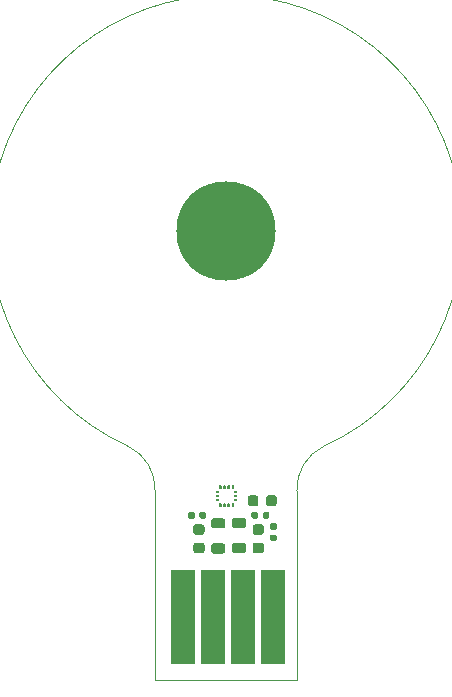
<source format=gbr>
%TF.GenerationSoftware,KiCad,Pcbnew,(5.1.8-0-10_14)*%
%TF.CreationDate,2020-11-28T13:53:16+01:00*%
%TF.ProjectId,VibrationSensor,56696272-6174-4696-9f6e-53656e736f72,rev?*%
%TF.SameCoordinates,Original*%
%TF.FileFunction,Soldermask,Top*%
%TF.FilePolarity,Negative*%
%FSLAX46Y46*%
G04 Gerber Fmt 4.6, Leading zero omitted, Abs format (unit mm)*
G04 Created by KiCad (PCBNEW (5.1.8-0-10_14)) date 2020-11-28 13:53:16*
%MOMM*%
%LPD*%
G01*
G04 APERTURE LIST*
%TA.AperFunction,Profile*%
%ADD10C,0.050000*%
%TD*%
%ADD11R,2.000000X8.000000*%
%ADD12C,8.400000*%
G04 APERTURE END LIST*
D10*
X126000000Y-110000000D02*
X138000000Y-110000000D01*
X138000000Y-94000000D02*
X138000000Y-110000000D01*
X140297982Y-90195702D02*
G75*
G03*
X138000000Y-94000000I1702018J-3624298D01*
G01*
X123702018Y-90195702D02*
G75*
G02*
X126000000Y-94000000I-1702018J-3624298D01*
G01*
X126000000Y-94000000D02*
X126000000Y-110000000D01*
X123702017Y-90195702D02*
G75*
G02*
X140297982Y-90195702I8297983J18195702D01*
G01*
D11*
%TO.C,J101*%
X136000000Y-104620000D03*
X133460000Y-104620000D03*
X130920000Y-104620000D03*
X128380000Y-104620000D03*
%TD*%
%TO.C,C305*%
G36*
G01*
X136170000Y-97275000D02*
X135830000Y-97275000D01*
G75*
G02*
X135690000Y-97135000I0J140000D01*
G01*
X135690000Y-96855000D01*
G75*
G02*
X135830000Y-96715000I140000J0D01*
G01*
X136170000Y-96715000D01*
G75*
G02*
X136310000Y-96855000I0J-140000D01*
G01*
X136310000Y-97135000D01*
G75*
G02*
X136170000Y-97275000I-140000J0D01*
G01*
G37*
G36*
G01*
X136170000Y-98235000D02*
X135830000Y-98235000D01*
G75*
G02*
X135690000Y-98095000I0J140000D01*
G01*
X135690000Y-97815000D01*
G75*
G02*
X135830000Y-97675000I140000J0D01*
G01*
X136170000Y-97675000D01*
G75*
G02*
X136310000Y-97815000I0J-140000D01*
G01*
X136310000Y-98095000D01*
G75*
G02*
X136170000Y-98235000I-140000J0D01*
G01*
G37*
%TD*%
%TO.C,U101*%
G36*
G01*
X131400000Y-94875000D02*
X131175000Y-94875000D01*
G75*
G02*
X131125000Y-94825000I0J50000D01*
G01*
X131125000Y-94725000D01*
G75*
G02*
X131175000Y-94675000I50000J0D01*
G01*
X131400000Y-94675000D01*
G75*
G02*
X131450000Y-94725000I0J-50000D01*
G01*
X131450000Y-94825000D01*
G75*
G02*
X131400000Y-94875000I-50000J0D01*
G01*
G37*
G36*
G01*
X131400000Y-94525000D02*
X131175000Y-94525000D01*
G75*
G02*
X131125000Y-94475000I0J50000D01*
G01*
X131125000Y-94375000D01*
G75*
G02*
X131175000Y-94325000I50000J0D01*
G01*
X131400000Y-94325000D01*
G75*
G02*
X131450000Y-94375000I0J-50000D01*
G01*
X131450000Y-94475000D01*
G75*
G02*
X131400000Y-94525000I-50000J0D01*
G01*
G37*
G36*
G01*
X131400000Y-94175000D02*
X131175000Y-94175000D01*
G75*
G02*
X131125000Y-94125000I0J50000D01*
G01*
X131125000Y-94025000D01*
G75*
G02*
X131175000Y-93975000I50000J0D01*
G01*
X131400000Y-93975000D01*
G75*
G02*
X131450000Y-94025000I0J-50000D01*
G01*
X131450000Y-94125000D01*
G75*
G02*
X131400000Y-94175000I-50000J0D01*
G01*
G37*
G36*
G01*
X131575000Y-93825000D02*
X131475000Y-93825000D01*
G75*
G02*
X131425000Y-93775000I0J50000D01*
G01*
X131425000Y-93550000D01*
G75*
G02*
X131475000Y-93500000I50000J0D01*
G01*
X131575000Y-93500000D01*
G75*
G02*
X131625000Y-93550000I0J-50000D01*
G01*
X131625000Y-93775000D01*
G75*
G02*
X131575000Y-93825000I-50000J0D01*
G01*
G37*
G36*
G01*
X131925000Y-93825000D02*
X131825000Y-93825000D01*
G75*
G02*
X131775000Y-93775000I0J50000D01*
G01*
X131775000Y-93550000D01*
G75*
G02*
X131825000Y-93500000I50000J0D01*
G01*
X131925000Y-93500000D01*
G75*
G02*
X131975000Y-93550000I0J-50000D01*
G01*
X131975000Y-93775000D01*
G75*
G02*
X131925000Y-93825000I-50000J0D01*
G01*
G37*
G36*
G01*
X132275000Y-93825000D02*
X132175000Y-93825000D01*
G75*
G02*
X132125000Y-93775000I0J50000D01*
G01*
X132125000Y-93550000D01*
G75*
G02*
X132175000Y-93500000I50000J0D01*
G01*
X132275000Y-93500000D01*
G75*
G02*
X132325000Y-93550000I0J-50000D01*
G01*
X132325000Y-93775000D01*
G75*
G02*
X132275000Y-93825000I-50000J0D01*
G01*
G37*
G36*
G01*
X132625000Y-93825000D02*
X132525000Y-93825000D01*
G75*
G02*
X132475000Y-93775000I0J50000D01*
G01*
X132475000Y-93550000D01*
G75*
G02*
X132525000Y-93500000I50000J0D01*
G01*
X132625000Y-93500000D01*
G75*
G02*
X132675000Y-93550000I0J-50000D01*
G01*
X132675000Y-93775000D01*
G75*
G02*
X132625000Y-93825000I-50000J0D01*
G01*
G37*
G36*
G01*
X132925000Y-94175000D02*
X132700000Y-94175000D01*
G75*
G02*
X132650000Y-94125000I0J50000D01*
G01*
X132650000Y-94025000D01*
G75*
G02*
X132700000Y-93975000I50000J0D01*
G01*
X132925000Y-93975000D01*
G75*
G02*
X132975000Y-94025000I0J-50000D01*
G01*
X132975000Y-94125000D01*
G75*
G02*
X132925000Y-94175000I-50000J0D01*
G01*
G37*
G36*
G01*
X132925000Y-94525000D02*
X132700000Y-94525000D01*
G75*
G02*
X132650000Y-94475000I0J50000D01*
G01*
X132650000Y-94375000D01*
G75*
G02*
X132700000Y-94325000I50000J0D01*
G01*
X132925000Y-94325000D01*
G75*
G02*
X132975000Y-94375000I0J-50000D01*
G01*
X132975000Y-94475000D01*
G75*
G02*
X132925000Y-94525000I-50000J0D01*
G01*
G37*
G36*
G01*
X132925000Y-94875000D02*
X132700000Y-94875000D01*
G75*
G02*
X132650000Y-94825000I0J50000D01*
G01*
X132650000Y-94725000D01*
G75*
G02*
X132700000Y-94675000I50000J0D01*
G01*
X132925000Y-94675000D01*
G75*
G02*
X132975000Y-94725000I0J-50000D01*
G01*
X132975000Y-94825000D01*
G75*
G02*
X132925000Y-94875000I-50000J0D01*
G01*
G37*
G36*
G01*
X132625000Y-95350000D02*
X132525000Y-95350000D01*
G75*
G02*
X132475000Y-95300000I0J50000D01*
G01*
X132475000Y-95075000D01*
G75*
G02*
X132525000Y-95025000I50000J0D01*
G01*
X132625000Y-95025000D01*
G75*
G02*
X132675000Y-95075000I0J-50000D01*
G01*
X132675000Y-95300000D01*
G75*
G02*
X132625000Y-95350000I-50000J0D01*
G01*
G37*
G36*
G01*
X132275000Y-95350000D02*
X132175000Y-95350000D01*
G75*
G02*
X132125000Y-95300000I0J50000D01*
G01*
X132125000Y-95075000D01*
G75*
G02*
X132175000Y-95025000I50000J0D01*
G01*
X132275000Y-95025000D01*
G75*
G02*
X132325000Y-95075000I0J-50000D01*
G01*
X132325000Y-95300000D01*
G75*
G02*
X132275000Y-95350000I-50000J0D01*
G01*
G37*
G36*
G01*
X131925000Y-95350000D02*
X131825000Y-95350000D01*
G75*
G02*
X131775000Y-95300000I0J50000D01*
G01*
X131775000Y-95075000D01*
G75*
G02*
X131825000Y-95025000I50000J0D01*
G01*
X131925000Y-95025000D01*
G75*
G02*
X131975000Y-95075000I0J-50000D01*
G01*
X131975000Y-95300000D01*
G75*
G02*
X131925000Y-95350000I-50000J0D01*
G01*
G37*
G36*
G01*
X131575000Y-95350000D02*
X131475000Y-95350000D01*
G75*
G02*
X131425000Y-95300000I0J50000D01*
G01*
X131425000Y-95075000D01*
G75*
G02*
X131475000Y-95025000I50000J0D01*
G01*
X131575000Y-95025000D01*
G75*
G02*
X131625000Y-95075000I0J-50000D01*
G01*
X131625000Y-95300000D01*
G75*
G02*
X131575000Y-95350000I-50000J0D01*
G01*
G37*
%TD*%
%TO.C,FB102*%
G36*
G01*
X131721250Y-97165000D02*
X130958750Y-97165000D01*
G75*
G02*
X130740000Y-96946250I0J218750D01*
G01*
X130740000Y-96508750D01*
G75*
G02*
X130958750Y-96290000I218750J0D01*
G01*
X131721250Y-96290000D01*
G75*
G02*
X131940000Y-96508750I0J-218750D01*
G01*
X131940000Y-96946250D01*
G75*
G02*
X131721250Y-97165000I-218750J0D01*
G01*
G37*
G36*
G01*
X131721250Y-99290000D02*
X130958750Y-99290000D01*
G75*
G02*
X130740000Y-99071250I0J218750D01*
G01*
X130740000Y-98633750D01*
G75*
G02*
X130958750Y-98415000I218750J0D01*
G01*
X131721250Y-98415000D01*
G75*
G02*
X131940000Y-98633750I0J-218750D01*
G01*
X131940000Y-99071250D01*
G75*
G02*
X131721250Y-99290000I-218750J0D01*
G01*
G37*
%TD*%
%TO.C,FB101*%
G36*
G01*
X133491250Y-97145000D02*
X132728750Y-97145000D01*
G75*
G02*
X132510000Y-96926250I0J218750D01*
G01*
X132510000Y-96488750D01*
G75*
G02*
X132728750Y-96270000I218750J0D01*
G01*
X133491250Y-96270000D01*
G75*
G02*
X133710000Y-96488750I0J-218750D01*
G01*
X133710000Y-96926250D01*
G75*
G02*
X133491250Y-97145000I-218750J0D01*
G01*
G37*
G36*
G01*
X133491250Y-99270000D02*
X132728750Y-99270000D01*
G75*
G02*
X132510000Y-99051250I0J218750D01*
G01*
X132510000Y-98613750D01*
G75*
G02*
X132728750Y-98395000I218750J0D01*
G01*
X133491250Y-98395000D01*
G75*
G02*
X133710000Y-98613750I0J-218750D01*
G01*
X133710000Y-99051250D01*
G75*
G02*
X133491250Y-99270000I-218750J0D01*
G01*
G37*
%TD*%
%TO.C,C105*%
G36*
G01*
X129350000Y-95880000D02*
X129350000Y-96220000D01*
G75*
G02*
X129210000Y-96360000I-140000J0D01*
G01*
X128930000Y-96360000D01*
G75*
G02*
X128790000Y-96220000I0J140000D01*
G01*
X128790000Y-95880000D01*
G75*
G02*
X128930000Y-95740000I140000J0D01*
G01*
X129210000Y-95740000D01*
G75*
G02*
X129350000Y-95880000I0J-140000D01*
G01*
G37*
G36*
G01*
X130310000Y-95880000D02*
X130310000Y-96220000D01*
G75*
G02*
X130170000Y-96360000I-140000J0D01*
G01*
X129890000Y-96360000D01*
G75*
G02*
X129750000Y-96220000I0J140000D01*
G01*
X129750000Y-95880000D01*
G75*
G02*
X129890000Y-95740000I140000J0D01*
G01*
X130170000Y-95740000D01*
G75*
G02*
X130310000Y-95880000I0J-140000D01*
G01*
G37*
%TD*%
%TO.C,C104*%
G36*
G01*
X135120000Y-96210000D02*
X135120000Y-95870000D01*
G75*
G02*
X135260000Y-95730000I140000J0D01*
G01*
X135540000Y-95730000D01*
G75*
G02*
X135680000Y-95870000I0J-140000D01*
G01*
X135680000Y-96210000D01*
G75*
G02*
X135540000Y-96350000I-140000J0D01*
G01*
X135260000Y-96350000D01*
G75*
G02*
X135120000Y-96210000I0J140000D01*
G01*
G37*
G36*
G01*
X134160000Y-96210000D02*
X134160000Y-95870000D01*
G75*
G02*
X134300000Y-95730000I140000J0D01*
G01*
X134580000Y-95730000D01*
G75*
G02*
X134720000Y-95870000I0J-140000D01*
G01*
X134720000Y-96210000D01*
G75*
G02*
X134580000Y-96350000I-140000J0D01*
G01*
X134300000Y-96350000D01*
G75*
G02*
X134160000Y-96210000I0J140000D01*
G01*
G37*
%TD*%
%TO.C,C103*%
G36*
G01*
X129960000Y-97705000D02*
X129460000Y-97705000D01*
G75*
G02*
X129235000Y-97480000I0J225000D01*
G01*
X129235000Y-97030000D01*
G75*
G02*
X129460000Y-96805000I225000J0D01*
G01*
X129960000Y-96805000D01*
G75*
G02*
X130185000Y-97030000I0J-225000D01*
G01*
X130185000Y-97480000D01*
G75*
G02*
X129960000Y-97705000I-225000J0D01*
G01*
G37*
G36*
G01*
X129960000Y-99255000D02*
X129460000Y-99255000D01*
G75*
G02*
X129235000Y-99030000I0J225000D01*
G01*
X129235000Y-98580000D01*
G75*
G02*
X129460000Y-98355000I225000J0D01*
G01*
X129960000Y-98355000D01*
G75*
G02*
X130185000Y-98580000I0J-225000D01*
G01*
X130185000Y-99030000D01*
G75*
G02*
X129960000Y-99255000I-225000J0D01*
G01*
G37*
%TD*%
%TO.C,C102*%
G36*
G01*
X134990000Y-97715000D02*
X134490000Y-97715000D01*
G75*
G02*
X134265000Y-97490000I0J225000D01*
G01*
X134265000Y-97040000D01*
G75*
G02*
X134490000Y-96815000I225000J0D01*
G01*
X134990000Y-96815000D01*
G75*
G02*
X135215000Y-97040000I0J-225000D01*
G01*
X135215000Y-97490000D01*
G75*
G02*
X134990000Y-97715000I-225000J0D01*
G01*
G37*
G36*
G01*
X134990000Y-99265000D02*
X134490000Y-99265000D01*
G75*
G02*
X134265000Y-99040000I0J225000D01*
G01*
X134265000Y-98590000D01*
G75*
G02*
X134490000Y-98365000I225000J0D01*
G01*
X134990000Y-98365000D01*
G75*
G02*
X135215000Y-98590000I0J-225000D01*
G01*
X135215000Y-99040000D01*
G75*
G02*
X134990000Y-99265000I-225000J0D01*
G01*
G37*
%TD*%
D12*
%TO.C,H101*%
X132000000Y-72000000D03*
%TD*%
%TO.C,C101*%
G36*
G01*
X135400000Y-95075000D02*
X135400000Y-94575000D01*
G75*
G02*
X135625000Y-94350000I225000J0D01*
G01*
X136075000Y-94350000D01*
G75*
G02*
X136300000Y-94575000I0J-225000D01*
G01*
X136300000Y-95075000D01*
G75*
G02*
X136075000Y-95300000I-225000J0D01*
G01*
X135625000Y-95300000D01*
G75*
G02*
X135400000Y-95075000I0J225000D01*
G01*
G37*
G36*
G01*
X133850000Y-95075000D02*
X133850000Y-94575000D01*
G75*
G02*
X134075000Y-94350000I225000J0D01*
G01*
X134525000Y-94350000D01*
G75*
G02*
X134750000Y-94575000I0J-225000D01*
G01*
X134750000Y-95075000D01*
G75*
G02*
X134525000Y-95300000I-225000J0D01*
G01*
X134075000Y-95300000D01*
G75*
G02*
X133850000Y-95075000I0J225000D01*
G01*
G37*
%TD*%
M02*

</source>
